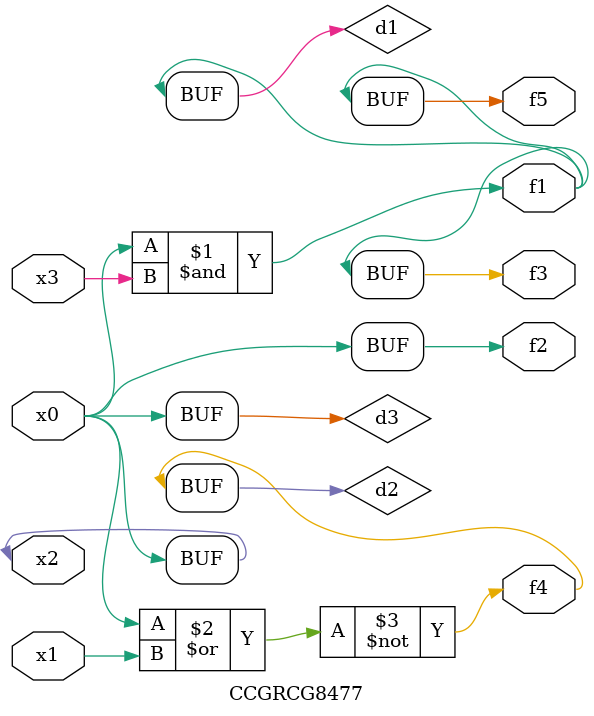
<source format=v>
module CCGRCG8477(
	input x0, x1, x2, x3,
	output f1, f2, f3, f4, f5
);

	wire d1, d2, d3;

	and (d1, x2, x3);
	nor (d2, x0, x1);
	buf (d3, x0, x2);
	assign f1 = d1;
	assign f2 = d3;
	assign f3 = d1;
	assign f4 = d2;
	assign f5 = d1;
endmodule

</source>
